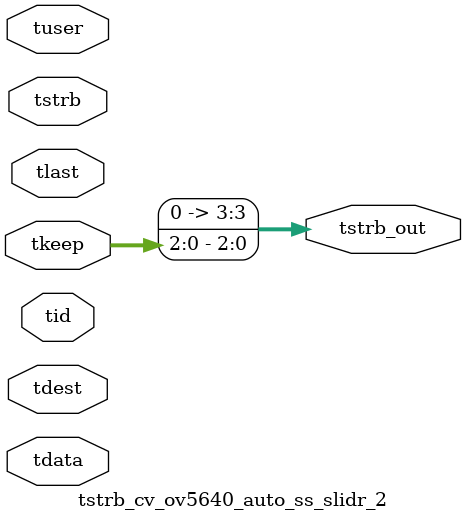
<source format=v>


`timescale 1ps/1ps

module tstrb_cv_ov5640_auto_ss_slidr_2 #
(
parameter C_S_AXIS_TDATA_WIDTH = 32,
parameter C_S_AXIS_TUSER_WIDTH = 0,
parameter C_S_AXIS_TID_WIDTH   = 0,
parameter C_S_AXIS_TDEST_WIDTH = 0,
parameter C_M_AXIS_TDATA_WIDTH = 32
)
(
input  [(C_S_AXIS_TDATA_WIDTH == 0 ? 1 : C_S_AXIS_TDATA_WIDTH)-1:0     ] tdata,
input  [(C_S_AXIS_TUSER_WIDTH == 0 ? 1 : C_S_AXIS_TUSER_WIDTH)-1:0     ] tuser,
input  [(C_S_AXIS_TID_WIDTH   == 0 ? 1 : C_S_AXIS_TID_WIDTH)-1:0       ] tid,
input  [(C_S_AXIS_TDEST_WIDTH == 0 ? 1 : C_S_AXIS_TDEST_WIDTH)-1:0     ] tdest,
input  [(C_S_AXIS_TDATA_WIDTH/8)-1:0 ] tkeep,
input  [(C_S_AXIS_TDATA_WIDTH/8)-1:0 ] tstrb,
input                                                                    tlast,
output [(C_M_AXIS_TDATA_WIDTH/8)-1:0 ] tstrb_out
);

assign tstrb_out = {tkeep[2:0]};

endmodule


</source>
